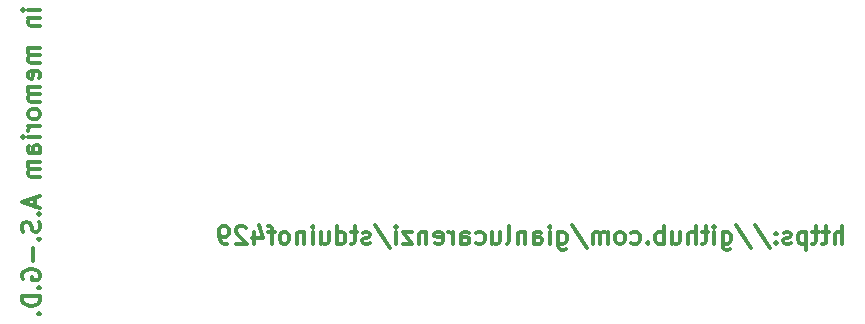
<source format=gbo>
%TF.GenerationSoftware,KiCad,Pcbnew,5.1.9+dfsg1-1~bpo10+1*%
%TF.CreationDate,2021-03-22T18:02:22+01:00*%
%TF.ProjectId,stduinof429,73746475-696e-46f6-9634-32392e6b6963,rev?*%
%TF.SameCoordinates,Original*%
%TF.FileFunction,Legend,Bot*%
%TF.FilePolarity,Positive*%
%FSLAX46Y46*%
G04 Gerber Fmt 4.6, Leading zero omitted, Abs format (unit mm)*
G04 Created by KiCad (PCBNEW 5.1.9+dfsg1-1~bpo10+1) date 2021-03-22 18:02:22*
%MOMM*%
%LPD*%
G01*
G04 APERTURE LIST*
%ADD10C,0.300000*%
G04 APERTURE END LIST*
D10*
X93426571Y-86757857D02*
X92426571Y-86757857D01*
X91926571Y-86757857D02*
X91998000Y-86686428D01*
X92069428Y-86757857D01*
X91998000Y-86829285D01*
X91926571Y-86757857D01*
X92069428Y-86757857D01*
X92426571Y-87472142D02*
X93426571Y-87472142D01*
X92569428Y-87472142D02*
X92498000Y-87543571D01*
X92426571Y-87686428D01*
X92426571Y-87900714D01*
X92498000Y-88043571D01*
X92640857Y-88115000D01*
X93426571Y-88115000D01*
X93426571Y-89972142D02*
X92426571Y-89972142D01*
X92569428Y-89972142D02*
X92498000Y-90043571D01*
X92426571Y-90186428D01*
X92426571Y-90400714D01*
X92498000Y-90543571D01*
X92640857Y-90615000D01*
X93426571Y-90615000D01*
X92640857Y-90615000D02*
X92498000Y-90686428D01*
X92426571Y-90829285D01*
X92426571Y-91043571D01*
X92498000Y-91186428D01*
X92640857Y-91257857D01*
X93426571Y-91257857D01*
X93355142Y-92543571D02*
X93426571Y-92400714D01*
X93426571Y-92115000D01*
X93355142Y-91972142D01*
X93212285Y-91900714D01*
X92640857Y-91900714D01*
X92498000Y-91972142D01*
X92426571Y-92115000D01*
X92426571Y-92400714D01*
X92498000Y-92543571D01*
X92640857Y-92615000D01*
X92783714Y-92615000D01*
X92926571Y-91900714D01*
X93426571Y-93257857D02*
X92426571Y-93257857D01*
X92569428Y-93257857D02*
X92498000Y-93329285D01*
X92426571Y-93472142D01*
X92426571Y-93686428D01*
X92498000Y-93829285D01*
X92640857Y-93900714D01*
X93426571Y-93900714D01*
X92640857Y-93900714D02*
X92498000Y-93972142D01*
X92426571Y-94115000D01*
X92426571Y-94329285D01*
X92498000Y-94472142D01*
X92640857Y-94543571D01*
X93426571Y-94543571D01*
X93426571Y-95472142D02*
X93355142Y-95329285D01*
X93283714Y-95257857D01*
X93140857Y-95186428D01*
X92712285Y-95186428D01*
X92569428Y-95257857D01*
X92498000Y-95329285D01*
X92426571Y-95472142D01*
X92426571Y-95686428D01*
X92498000Y-95829285D01*
X92569428Y-95900714D01*
X92712285Y-95972142D01*
X93140857Y-95972142D01*
X93283714Y-95900714D01*
X93355142Y-95829285D01*
X93426571Y-95686428D01*
X93426571Y-95472142D01*
X93426571Y-96615000D02*
X92426571Y-96615000D01*
X92712285Y-96615000D02*
X92569428Y-96686428D01*
X92498000Y-96757857D01*
X92426571Y-96900714D01*
X92426571Y-97043571D01*
X93426571Y-97543571D02*
X92426571Y-97543571D01*
X91926571Y-97543571D02*
X91998000Y-97472142D01*
X92069428Y-97543571D01*
X91998000Y-97615000D01*
X91926571Y-97543571D01*
X92069428Y-97543571D01*
X93426571Y-98900714D02*
X92640857Y-98900714D01*
X92498000Y-98829285D01*
X92426571Y-98686428D01*
X92426571Y-98400714D01*
X92498000Y-98257857D01*
X93355142Y-98900714D02*
X93426571Y-98757857D01*
X93426571Y-98400714D01*
X93355142Y-98257857D01*
X93212285Y-98186428D01*
X93069428Y-98186428D01*
X92926571Y-98257857D01*
X92855142Y-98400714D01*
X92855142Y-98757857D01*
X92783714Y-98900714D01*
X93426571Y-99615000D02*
X92426571Y-99615000D01*
X92569428Y-99615000D02*
X92498000Y-99686428D01*
X92426571Y-99829285D01*
X92426571Y-100043571D01*
X92498000Y-100186428D01*
X92640857Y-100257857D01*
X93426571Y-100257857D01*
X92640857Y-100257857D02*
X92498000Y-100329285D01*
X92426571Y-100472142D01*
X92426571Y-100686428D01*
X92498000Y-100829285D01*
X92640857Y-100900714D01*
X93426571Y-100900714D01*
X92998000Y-102686428D02*
X92998000Y-103400714D01*
X93426571Y-102543571D02*
X91926571Y-103043571D01*
X93426571Y-103543571D01*
X93283714Y-104043571D02*
X93355142Y-104115000D01*
X93426571Y-104043571D01*
X93355142Y-103972142D01*
X93283714Y-104043571D01*
X93426571Y-104043571D01*
X93355142Y-104686428D02*
X93426571Y-104900714D01*
X93426571Y-105257857D01*
X93355142Y-105400714D01*
X93283714Y-105472142D01*
X93140857Y-105543571D01*
X92998000Y-105543571D01*
X92855142Y-105472142D01*
X92783714Y-105400714D01*
X92712285Y-105257857D01*
X92640857Y-104972142D01*
X92569428Y-104829285D01*
X92498000Y-104757857D01*
X92355142Y-104686428D01*
X92212285Y-104686428D01*
X92069428Y-104757857D01*
X91998000Y-104829285D01*
X91926571Y-104972142D01*
X91926571Y-105329285D01*
X91998000Y-105543571D01*
X93283714Y-106186428D02*
X93355142Y-106257857D01*
X93426571Y-106186428D01*
X93355142Y-106115000D01*
X93283714Y-106186428D01*
X93426571Y-106186428D01*
X92855142Y-106900714D02*
X92855142Y-108043571D01*
X91998000Y-109543571D02*
X91926571Y-109400714D01*
X91926571Y-109186428D01*
X91998000Y-108972142D01*
X92140857Y-108829285D01*
X92283714Y-108757857D01*
X92569428Y-108686428D01*
X92783714Y-108686428D01*
X93069428Y-108757857D01*
X93212285Y-108829285D01*
X93355142Y-108972142D01*
X93426571Y-109186428D01*
X93426571Y-109329285D01*
X93355142Y-109543571D01*
X93283714Y-109615000D01*
X92783714Y-109615000D01*
X92783714Y-109329285D01*
X93283714Y-110257857D02*
X93355142Y-110329285D01*
X93426571Y-110257857D01*
X93355142Y-110186428D01*
X93283714Y-110257857D01*
X93426571Y-110257857D01*
X93426571Y-110972142D02*
X91926571Y-110972142D01*
X91926571Y-111329285D01*
X91998000Y-111543571D01*
X92140857Y-111686428D01*
X92283714Y-111757857D01*
X92569428Y-111829285D01*
X92783714Y-111829285D01*
X93069428Y-111757857D01*
X93212285Y-111686428D01*
X93355142Y-111543571D01*
X93426571Y-111329285D01*
X93426571Y-110972142D01*
X93283714Y-112472142D02*
X93355142Y-112543571D01*
X93426571Y-112472142D01*
X93355142Y-112400714D01*
X93283714Y-112472142D01*
X93426571Y-112472142D01*
X161355142Y-106543571D02*
X161355142Y-105043571D01*
X160712285Y-106543571D02*
X160712285Y-105757857D01*
X160783714Y-105615000D01*
X160926571Y-105543571D01*
X161140857Y-105543571D01*
X161283714Y-105615000D01*
X161355142Y-105686428D01*
X160212285Y-105543571D02*
X159640857Y-105543571D01*
X159998000Y-105043571D02*
X159998000Y-106329285D01*
X159926571Y-106472142D01*
X159783714Y-106543571D01*
X159640857Y-106543571D01*
X159355142Y-105543571D02*
X158783714Y-105543571D01*
X159140857Y-105043571D02*
X159140857Y-106329285D01*
X159069428Y-106472142D01*
X158926571Y-106543571D01*
X158783714Y-106543571D01*
X158283714Y-105543571D02*
X158283714Y-107043571D01*
X158283714Y-105615000D02*
X158140857Y-105543571D01*
X157855142Y-105543571D01*
X157712285Y-105615000D01*
X157640857Y-105686428D01*
X157569428Y-105829285D01*
X157569428Y-106257857D01*
X157640857Y-106400714D01*
X157712285Y-106472142D01*
X157855142Y-106543571D01*
X158140857Y-106543571D01*
X158283714Y-106472142D01*
X156998000Y-106472142D02*
X156855142Y-106543571D01*
X156569428Y-106543571D01*
X156426571Y-106472142D01*
X156355142Y-106329285D01*
X156355142Y-106257857D01*
X156426571Y-106115000D01*
X156569428Y-106043571D01*
X156783714Y-106043571D01*
X156926571Y-105972142D01*
X156998000Y-105829285D01*
X156998000Y-105757857D01*
X156926571Y-105615000D01*
X156783714Y-105543571D01*
X156569428Y-105543571D01*
X156426571Y-105615000D01*
X155712285Y-106400714D02*
X155640857Y-106472142D01*
X155712285Y-106543571D01*
X155783714Y-106472142D01*
X155712285Y-106400714D01*
X155712285Y-106543571D01*
X155712285Y-105615000D02*
X155640857Y-105686428D01*
X155712285Y-105757857D01*
X155783714Y-105686428D01*
X155712285Y-105615000D01*
X155712285Y-105757857D01*
X153926571Y-104972142D02*
X155212285Y-106900714D01*
X152355142Y-104972142D02*
X153640857Y-106900714D01*
X151212285Y-105543571D02*
X151212285Y-106757857D01*
X151283714Y-106900714D01*
X151355142Y-106972142D01*
X151498000Y-107043571D01*
X151712285Y-107043571D01*
X151855142Y-106972142D01*
X151212285Y-106472142D02*
X151355142Y-106543571D01*
X151640857Y-106543571D01*
X151783714Y-106472142D01*
X151855142Y-106400714D01*
X151926571Y-106257857D01*
X151926571Y-105829285D01*
X151855142Y-105686428D01*
X151783714Y-105615000D01*
X151640857Y-105543571D01*
X151355142Y-105543571D01*
X151212285Y-105615000D01*
X150498000Y-106543571D02*
X150498000Y-105543571D01*
X150498000Y-105043571D02*
X150569428Y-105115000D01*
X150498000Y-105186428D01*
X150426571Y-105115000D01*
X150498000Y-105043571D01*
X150498000Y-105186428D01*
X149998000Y-105543571D02*
X149426571Y-105543571D01*
X149783714Y-105043571D02*
X149783714Y-106329285D01*
X149712285Y-106472142D01*
X149569428Y-106543571D01*
X149426571Y-106543571D01*
X148926571Y-106543571D02*
X148926571Y-105043571D01*
X148283714Y-106543571D02*
X148283714Y-105757857D01*
X148355142Y-105615000D01*
X148498000Y-105543571D01*
X148712285Y-105543571D01*
X148855142Y-105615000D01*
X148926571Y-105686428D01*
X146926571Y-105543571D02*
X146926571Y-106543571D01*
X147569428Y-105543571D02*
X147569428Y-106329285D01*
X147498000Y-106472142D01*
X147355142Y-106543571D01*
X147140857Y-106543571D01*
X146998000Y-106472142D01*
X146926571Y-106400714D01*
X146212285Y-106543571D02*
X146212285Y-105043571D01*
X146212285Y-105615000D02*
X146069428Y-105543571D01*
X145783714Y-105543571D01*
X145640857Y-105615000D01*
X145569428Y-105686428D01*
X145497999Y-105829285D01*
X145497999Y-106257857D01*
X145569428Y-106400714D01*
X145640857Y-106472142D01*
X145783714Y-106543571D01*
X146069428Y-106543571D01*
X146212285Y-106472142D01*
X144855142Y-106400714D02*
X144783714Y-106472142D01*
X144855142Y-106543571D01*
X144926571Y-106472142D01*
X144855142Y-106400714D01*
X144855142Y-106543571D01*
X143497999Y-106472142D02*
X143640857Y-106543571D01*
X143926571Y-106543571D01*
X144069428Y-106472142D01*
X144140857Y-106400714D01*
X144212285Y-106257857D01*
X144212285Y-105829285D01*
X144140857Y-105686428D01*
X144069428Y-105615000D01*
X143926571Y-105543571D01*
X143640857Y-105543571D01*
X143497999Y-105615000D01*
X142640857Y-106543571D02*
X142783714Y-106472142D01*
X142855142Y-106400714D01*
X142926571Y-106257857D01*
X142926571Y-105829285D01*
X142855142Y-105686428D01*
X142783714Y-105615000D01*
X142640857Y-105543571D01*
X142426571Y-105543571D01*
X142283714Y-105615000D01*
X142212285Y-105686428D01*
X142140857Y-105829285D01*
X142140857Y-106257857D01*
X142212285Y-106400714D01*
X142283714Y-106472142D01*
X142426571Y-106543571D01*
X142640857Y-106543571D01*
X141497999Y-106543571D02*
X141497999Y-105543571D01*
X141497999Y-105686428D02*
X141426571Y-105615000D01*
X141283714Y-105543571D01*
X141069428Y-105543571D01*
X140926571Y-105615000D01*
X140855142Y-105757857D01*
X140855142Y-106543571D01*
X140855142Y-105757857D02*
X140783714Y-105615000D01*
X140640857Y-105543571D01*
X140426571Y-105543571D01*
X140283714Y-105615000D01*
X140212285Y-105757857D01*
X140212285Y-106543571D01*
X138426571Y-104972142D02*
X139712285Y-106900714D01*
X137283714Y-105543571D02*
X137283714Y-106757857D01*
X137355142Y-106900714D01*
X137426571Y-106972142D01*
X137569428Y-107043571D01*
X137783714Y-107043571D01*
X137926571Y-106972142D01*
X137283714Y-106472142D02*
X137426571Y-106543571D01*
X137712285Y-106543571D01*
X137855142Y-106472142D01*
X137926571Y-106400714D01*
X137997999Y-106257857D01*
X137997999Y-105829285D01*
X137926571Y-105686428D01*
X137855142Y-105615000D01*
X137712285Y-105543571D01*
X137426571Y-105543571D01*
X137283714Y-105615000D01*
X136569428Y-106543571D02*
X136569428Y-105543571D01*
X136569428Y-105043571D02*
X136640857Y-105115000D01*
X136569428Y-105186428D01*
X136497999Y-105115000D01*
X136569428Y-105043571D01*
X136569428Y-105186428D01*
X135212285Y-106543571D02*
X135212285Y-105757857D01*
X135283714Y-105615000D01*
X135426571Y-105543571D01*
X135712285Y-105543571D01*
X135855142Y-105615000D01*
X135212285Y-106472142D02*
X135355142Y-106543571D01*
X135712285Y-106543571D01*
X135855142Y-106472142D01*
X135926571Y-106329285D01*
X135926571Y-106186428D01*
X135855142Y-106043571D01*
X135712285Y-105972142D01*
X135355142Y-105972142D01*
X135212285Y-105900714D01*
X134497999Y-105543571D02*
X134497999Y-106543571D01*
X134497999Y-105686428D02*
X134426571Y-105615000D01*
X134283714Y-105543571D01*
X134069428Y-105543571D01*
X133926571Y-105615000D01*
X133855142Y-105757857D01*
X133855142Y-106543571D01*
X132926571Y-106543571D02*
X133069428Y-106472142D01*
X133140857Y-106329285D01*
X133140857Y-105043571D01*
X131712285Y-105543571D02*
X131712285Y-106543571D01*
X132355142Y-105543571D02*
X132355142Y-106329285D01*
X132283714Y-106472142D01*
X132140857Y-106543571D01*
X131926571Y-106543571D01*
X131783714Y-106472142D01*
X131712285Y-106400714D01*
X130355142Y-106472142D02*
X130497999Y-106543571D01*
X130783714Y-106543571D01*
X130926571Y-106472142D01*
X130997999Y-106400714D01*
X131069428Y-106257857D01*
X131069428Y-105829285D01*
X130997999Y-105686428D01*
X130926571Y-105615000D01*
X130783714Y-105543571D01*
X130497999Y-105543571D01*
X130355142Y-105615000D01*
X129069428Y-106543571D02*
X129069428Y-105757857D01*
X129140857Y-105615000D01*
X129283714Y-105543571D01*
X129569428Y-105543571D01*
X129712285Y-105615000D01*
X129069428Y-106472142D02*
X129212285Y-106543571D01*
X129569428Y-106543571D01*
X129712285Y-106472142D01*
X129783714Y-106329285D01*
X129783714Y-106186428D01*
X129712285Y-106043571D01*
X129569428Y-105972142D01*
X129212285Y-105972142D01*
X129069428Y-105900714D01*
X128355142Y-106543571D02*
X128355142Y-105543571D01*
X128355142Y-105829285D02*
X128283714Y-105686428D01*
X128212285Y-105615000D01*
X128069428Y-105543571D01*
X127926571Y-105543571D01*
X126855142Y-106472142D02*
X126997999Y-106543571D01*
X127283714Y-106543571D01*
X127426571Y-106472142D01*
X127497999Y-106329285D01*
X127497999Y-105757857D01*
X127426571Y-105615000D01*
X127283714Y-105543571D01*
X126997999Y-105543571D01*
X126855142Y-105615000D01*
X126783714Y-105757857D01*
X126783714Y-105900714D01*
X127497999Y-106043571D01*
X126140857Y-105543571D02*
X126140857Y-106543571D01*
X126140857Y-105686428D02*
X126069428Y-105615000D01*
X125926571Y-105543571D01*
X125712285Y-105543571D01*
X125569428Y-105615000D01*
X125497999Y-105757857D01*
X125497999Y-106543571D01*
X124926571Y-105543571D02*
X124140857Y-105543571D01*
X124926571Y-106543571D01*
X124140857Y-106543571D01*
X123569428Y-106543571D02*
X123569428Y-105543571D01*
X123569428Y-105043571D02*
X123640857Y-105115000D01*
X123569428Y-105186428D01*
X123497999Y-105115000D01*
X123569428Y-105043571D01*
X123569428Y-105186428D01*
X121783714Y-104972142D02*
X123069428Y-106900714D01*
X121355142Y-106472142D02*
X121212285Y-106543571D01*
X120926571Y-106543571D01*
X120783714Y-106472142D01*
X120712285Y-106329285D01*
X120712285Y-106257857D01*
X120783714Y-106115000D01*
X120926571Y-106043571D01*
X121140857Y-106043571D01*
X121283714Y-105972142D01*
X121355142Y-105829285D01*
X121355142Y-105757857D01*
X121283714Y-105615000D01*
X121140857Y-105543571D01*
X120926571Y-105543571D01*
X120783714Y-105615000D01*
X120283714Y-105543571D02*
X119712285Y-105543571D01*
X120069428Y-105043571D02*
X120069428Y-106329285D01*
X119997999Y-106472142D01*
X119855142Y-106543571D01*
X119712285Y-106543571D01*
X118569428Y-106543571D02*
X118569428Y-105043571D01*
X118569428Y-106472142D02*
X118712285Y-106543571D01*
X118997999Y-106543571D01*
X119140857Y-106472142D01*
X119212285Y-106400714D01*
X119283714Y-106257857D01*
X119283714Y-105829285D01*
X119212285Y-105686428D01*
X119140857Y-105615000D01*
X118997999Y-105543571D01*
X118712285Y-105543571D01*
X118569428Y-105615000D01*
X117212285Y-105543571D02*
X117212285Y-106543571D01*
X117855142Y-105543571D02*
X117855142Y-106329285D01*
X117783714Y-106472142D01*
X117640857Y-106543571D01*
X117426571Y-106543571D01*
X117283714Y-106472142D01*
X117212285Y-106400714D01*
X116497999Y-106543571D02*
X116497999Y-105543571D01*
X116497999Y-105043571D02*
X116569428Y-105115000D01*
X116497999Y-105186428D01*
X116426571Y-105115000D01*
X116497999Y-105043571D01*
X116497999Y-105186428D01*
X115783714Y-105543571D02*
X115783714Y-106543571D01*
X115783714Y-105686428D02*
X115712285Y-105615000D01*
X115569428Y-105543571D01*
X115355142Y-105543571D01*
X115212285Y-105615000D01*
X115140857Y-105757857D01*
X115140857Y-106543571D01*
X114212285Y-106543571D02*
X114355142Y-106472142D01*
X114426571Y-106400714D01*
X114497999Y-106257857D01*
X114497999Y-105829285D01*
X114426571Y-105686428D01*
X114355142Y-105615000D01*
X114212285Y-105543571D01*
X113997999Y-105543571D01*
X113855142Y-105615000D01*
X113783714Y-105686428D01*
X113712285Y-105829285D01*
X113712285Y-106257857D01*
X113783714Y-106400714D01*
X113855142Y-106472142D01*
X113997999Y-106543571D01*
X114212285Y-106543571D01*
X113283714Y-105543571D02*
X112712285Y-105543571D01*
X113069428Y-106543571D02*
X113069428Y-105257857D01*
X112997999Y-105115000D01*
X112855142Y-105043571D01*
X112712285Y-105043571D01*
X111569428Y-105543571D02*
X111569428Y-106543571D01*
X111926571Y-104972142D02*
X112283714Y-106043571D01*
X111355142Y-106043571D01*
X110855142Y-105186428D02*
X110783714Y-105115000D01*
X110640857Y-105043571D01*
X110283714Y-105043571D01*
X110140857Y-105115000D01*
X110069428Y-105186428D01*
X109997999Y-105329285D01*
X109997999Y-105472142D01*
X110069428Y-105686428D01*
X110926571Y-106543571D01*
X109997999Y-106543571D01*
X109283714Y-106543571D02*
X108997999Y-106543571D01*
X108855142Y-106472142D01*
X108783714Y-106400714D01*
X108640857Y-106186428D01*
X108569428Y-105900714D01*
X108569428Y-105329285D01*
X108640857Y-105186428D01*
X108712285Y-105115000D01*
X108855142Y-105043571D01*
X109140857Y-105043571D01*
X109283714Y-105115000D01*
X109355142Y-105186428D01*
X109426571Y-105329285D01*
X109426571Y-105686428D01*
X109355142Y-105829285D01*
X109283714Y-105900714D01*
X109140857Y-105972142D01*
X108855142Y-105972142D01*
X108712285Y-105900714D01*
X108640857Y-105829285D01*
X108569428Y-105686428D01*
M02*

</source>
